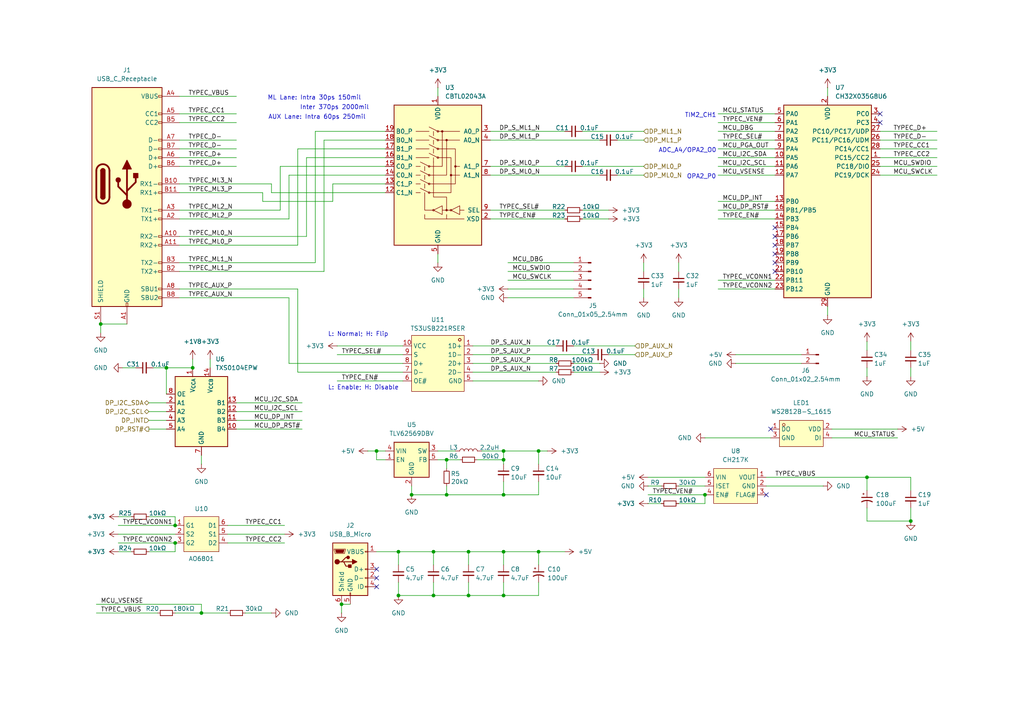
<source format=kicad_sch>
(kicad_sch (version 20231120) (generator "eeschema") (generator_version "8.0")
  (paper "A4")
  (junction (at 48.26 106.68))
  (junction (at 129.54 133.35))
  (junction (at 146.05 130.81))
  (junction (at 146.05 143.51))
  (junction (at 156.21 160.02))
  (junction (at 125.73 172.72))
  (junction (at 58.42 177.8))
  (junction (at 50.8 157.48))
  (junction (at 125.73 160.02))
  (junction (at 146.05 160.02))
  (junction (at 50.8 152.4))
  (junction (at 204.47 143.51))
  (junction (at 251.46 138.43))
  (junction (at 264.16 151.13))
  (junction (at 129.54 143.51))
  (junction (at 55.88 106.68))
  (junction (at 135.89 172.72))
  (junction (at 29.21 93.98))
  (junction (at 115.57 172.72))
  (junction (at 156.21 130.81))
  (junction (at 119.38 143.51))
  (junction (at 146.05 133.35))
  (junction (at 99.06 175.26))
  (junction (at 146.05 172.72))
  (junction (at 135.89 160.02))
  (junction (at 109.22 130.81))
  (junction (at 115.57 160.02))
  (no_connect (at 224.79 76.2))
  (no_connect (at 223.52 124.46))
  (no_connect (at 222.25 143.51))
  (no_connect (at 224.79 66.04))
  (no_connect (at 255.27 33.02))
  (no_connect (at 109.22 165.1))
  (no_connect (at 255.27 35.56))
  (no_connect (at 109.22 170.18))
  (no_connect (at 109.22 167.64))
  (no_connect (at 224.79 78.74))
  (no_connect (at 224.79 73.66))
  (no_connect (at 224.79 71.12))
  (no_connect (at 224.79 68.58))
  (wire (pts (xy 58.42 132.08) (xy 58.42 134.62)))
  (wire (pts (xy 240.03 25.4) (xy 240.03 27.94)))
  (wire (pts (xy 156.21 130.81) (xy 156.21 134.62)))
  (wire (pts (xy 127 133.35) (xy 129.54 133.35)))
  (wire (pts (xy 52.07 78.74) (xy 93.98 78.74)))
  (wire (pts (xy 111.76 48.26) (xy 81.28 48.26)))
  (wire (pts (xy 191.77 140.97) (xy 187.96 140.97)))
  (wire (pts (xy 135.89 160.02) (xy 146.05 160.02)))
  (wire (pts (xy 78.74 55.88) (xy 111.76 55.88)))
  (wire (pts (xy 52.07 33.02) (xy 68.58 33.02)))
  (wire (pts (xy 43.18 116.84) (xy 48.26 116.84)))
  (wire (pts (xy 115.57 160.02) (xy 125.73 160.02)))
  (wire (pts (xy 50.8 149.86) (xy 50.8 152.4)))
  (wire (pts (xy 204.47 146.05) (xy 204.47 143.51)))
  (wire (pts (xy 83.82 86.36) (xy 83.82 105.41)))
  (wire (pts (xy 264.16 151.13) (xy 264.16 147.32)))
  (wire (pts (xy 264.16 106.68) (xy 264.16 109.22)))
  (wire (pts (xy 106.68 130.81) (xy 109.22 130.81)))
  (wire (pts (xy 68.58 124.46) (xy 87.63 124.46)))
  (wire (pts (xy 52.07 53.34) (xy 78.74 53.34)))
  (wire (pts (xy 137.16 107.95) (xy 161.29 107.95)))
  (wire (pts (xy 125.73 172.72) (xy 135.89 172.72)))
  (wire (pts (xy 99.06 175.26) (xy 101.6 175.26)))
  (wire (pts (xy 208.28 81.28) (xy 224.79 81.28)))
  (wire (pts (xy 176.53 63.5) (xy 168.91 63.5)))
  (wire (pts (xy 27.94 175.26) (xy 58.42 175.26)))
  (wire (pts (xy 191.77 146.05) (xy 187.96 146.05)))
  (wire (pts (xy 142.24 63.5) (xy 163.83 63.5)))
  (wire (pts (xy 166.37 107.95) (xy 173.99 107.95)))
  (wire (pts (xy 35.56 106.68) (xy 39.37 106.68)))
  (wire (pts (xy 241.3 127) (xy 260.35 127)))
  (wire (pts (xy 109.22 160.02) (xy 115.57 160.02)))
  (wire (pts (xy 96.52 53.34) (xy 111.76 53.34)))
  (wire (pts (xy 111.76 38.1) (xy 91.44 38.1)))
  (wire (pts (xy 255.27 40.64) (xy 271.78 40.64)))
  (wire (pts (xy 52.07 48.26) (xy 68.58 48.26)))
  (wire (pts (xy 241.3 124.46) (xy 260.35 124.46)))
  (wire (pts (xy 44.45 106.68) (xy 48.26 106.68)))
  (wire (pts (xy 196.85 83.82) (xy 196.85 86.36)))
  (wire (pts (xy 222.25 138.43) (xy 251.46 138.43)))
  (wire (pts (xy 251.46 106.68) (xy 251.46 109.22)))
  (wire (pts (xy 52.07 35.56) (xy 68.58 35.56)))
  (wire (pts (xy 111.76 50.8) (xy 83.82 50.8)))
  (wire (pts (xy 208.28 83.82) (xy 224.79 83.82)))
  (wire (pts (xy 43.18 124.46) (xy 48.26 124.46)))
  (wire (pts (xy 184.15 102.87) (xy 176.53 102.87)))
  (wire (pts (xy 78.74 53.34) (xy 78.74 55.88)))
  (wire (pts (xy 166.37 105.41) (xy 173.99 105.41)))
  (wire (pts (xy 135.89 160.02) (xy 135.89 163.83)))
  (wire (pts (xy 208.28 63.5) (xy 224.79 63.5)))
  (wire (pts (xy 58.42 177.8) (xy 66.04 177.8)))
  (wire (pts (xy 52.07 43.18) (xy 68.58 43.18)))
  (wire (pts (xy 125.73 160.02) (xy 125.73 163.83)))
  (wire (pts (xy 52.07 40.64) (xy 68.58 40.64)))
  (wire (pts (xy 186.69 48.26) (xy 168.91 48.26)))
  (wire (pts (xy 34.29 157.48) (xy 50.8 157.48)))
  (wire (pts (xy 52.07 45.72) (xy 68.58 45.72)))
  (wire (pts (xy 127 73.66) (xy 127 76.2)))
  (wire (pts (xy 52.07 71.12) (xy 86.36 71.12)))
  (wire (pts (xy 142.24 60.96) (xy 163.83 60.96)))
  (wire (pts (xy 50.8 177.8) (xy 58.42 177.8)))
  (wire (pts (xy 156.21 160.02) (xy 156.21 163.83)))
  (wire (pts (xy 68.58 119.38) (xy 87.63 119.38)))
  (wire (pts (xy 52.07 27.94) (xy 68.58 27.94)))
  (wire (pts (xy 52.07 76.2) (xy 91.44 76.2)))
  (wire (pts (xy 119.38 143.51) (xy 129.54 143.51)))
  (wire (pts (xy 186.69 76.2) (xy 186.69 78.74)))
  (wire (pts (xy 208.28 60.96) (xy 224.79 60.96)))
  (wire (pts (xy 146.05 133.35) (xy 146.05 134.62)))
  (wire (pts (xy 208.28 35.56) (xy 224.79 35.56)))
  (wire (pts (xy 255.27 45.72) (xy 271.78 45.72)))
  (wire (pts (xy 138.43 133.35) (xy 146.05 133.35)))
  (wire (pts (xy 208.28 45.72) (xy 224.79 45.72)))
  (wire (pts (xy 109.22 130.81) (xy 111.76 130.81)))
  (wire (pts (xy 213.36 105.41) (xy 232.41 105.41)))
  (wire (pts (xy 48.26 114.3) (xy 48.26 106.68)))
  (wire (pts (xy 264.16 99.06) (xy 264.16 101.6)))
  (wire (pts (xy 27.94 177.8) (xy 45.72 177.8)))
  (wire (pts (xy 83.82 50.8) (xy 83.82 63.5)))
  (wire (pts (xy 66.04 157.48) (xy 82.55 157.48)))
  (wire (pts (xy 208.28 43.18) (xy 224.79 43.18)))
  (wire (pts (xy 196.85 146.05) (xy 204.47 146.05)))
  (wire (pts (xy 146.05 143.51) (xy 156.21 143.51)))
  (wire (pts (xy 93.98 40.64) (xy 93.98 78.74)))
  (wire (pts (xy 208.28 33.02) (xy 224.79 33.02)))
  (wire (pts (xy 186.69 83.82) (xy 186.69 86.36)))
  (wire (pts (xy 97.79 100.33) (xy 116.84 100.33)))
  (wire (pts (xy 208.28 40.64) (xy 224.79 40.64)))
  (wire (pts (xy 146.05 130.81) (xy 156.21 130.81)))
  (wire (pts (xy 222.25 140.97) (xy 238.76 140.97)))
  (wire (pts (xy 88.9 45.72) (xy 88.9 68.58)))
  (wire (pts (xy 186.69 50.8) (xy 179.07 50.8)))
  (wire (pts (xy 251.46 138.43) (xy 264.16 138.43)))
  (wire (pts (xy 147.32 83.82) (xy 166.37 83.82)))
  (wire (pts (xy 251.46 99.06) (xy 251.46 101.6)))
  (wire (pts (xy 137.16 102.87) (xy 171.45 102.87)))
  (wire (pts (xy 43.18 160.02) (xy 50.8 160.02)))
  (wire (pts (xy 176.53 60.96) (xy 168.91 60.96)))
  (wire (pts (xy 142.24 50.8) (xy 173.99 50.8)))
  (wire (pts (xy 179.07 40.64) (xy 186.69 40.64)))
  (wire (pts (xy 129.54 133.35) (xy 129.54 135.89)))
  (wire (pts (xy 66.04 152.4) (xy 82.55 152.4)))
  (wire (pts (xy 111.76 40.64) (xy 93.98 40.64)))
  (wire (pts (xy 147.32 78.74) (xy 166.37 78.74)))
  (wire (pts (xy 255.27 38.1) (xy 271.78 38.1)))
  (wire (pts (xy 68.58 116.84) (xy 87.63 116.84)))
  (wire (pts (xy 125.73 160.02) (xy 135.89 160.02)))
  (wire (pts (xy 52.07 83.82) (xy 86.36 83.82)))
  (wire (pts (xy 76.2 58.42) (xy 96.52 58.42)))
  (wire (pts (xy 58.42 175.26) (xy 58.42 177.8)))
  (wire (pts (xy 146.05 172.72) (xy 156.21 172.72)))
  (wire (pts (xy 187.96 143.51) (xy 204.47 143.51)))
  (wire (pts (xy 137.16 110.49) (xy 156.21 110.49)))
  (wire (pts (xy 81.28 48.26) (xy 81.28 60.96)))
  (wire (pts (xy 168.91 38.1) (xy 186.69 38.1)))
  (wire (pts (xy 34.29 152.4) (xy 50.8 152.4)))
  (wire (pts (xy 142.24 40.64) (xy 173.99 40.64)))
  (wire (pts (xy 213.36 102.87) (xy 232.41 102.87)))
  (wire (pts (xy 115.57 168.91) (xy 115.57 172.72)))
  (wire (pts (xy 146.05 160.02) (xy 146.05 163.83)))
  (wire (pts (xy 142.24 48.26) (xy 163.83 48.26)))
  (wire (pts (xy 68.58 121.92) (xy 87.63 121.92)))
  (wire (pts (xy 52.07 86.36) (xy 83.82 86.36)))
  (wire (pts (xy 66.04 154.94) (xy 82.55 154.94)))
  (wire (pts (xy 29.21 93.98) (xy 29.21 96.52)))
  (wire (pts (xy 96.52 58.42) (xy 96.52 53.34)))
  (wire (pts (xy 76.2 55.88) (xy 76.2 58.42)))
  (wire (pts (xy 91.44 38.1) (xy 91.44 76.2)))
  (wire (pts (xy 142.24 38.1) (xy 163.83 38.1)))
  (wire (pts (xy 99.06 175.26) (xy 99.06 177.8)))
  (wire (pts (xy 208.28 58.42) (xy 224.79 58.42)))
  (wire (pts (xy 187.96 138.43) (xy 204.47 138.43)))
  (wire (pts (xy 147.32 86.36) (xy 166.37 86.36)))
  (wire (pts (xy 255.27 43.18) (xy 271.78 43.18)))
  (wire (pts (xy 116.84 105.41) (xy 83.82 105.41)))
  (wire (pts (xy 97.79 110.49) (xy 116.84 110.49)))
  (wire (pts (xy 251.46 147.32) (xy 251.46 151.13)))
  (wire (pts (xy 147.32 81.28) (xy 166.37 81.28)))
  (wire (pts (xy 48.26 106.68) (xy 55.88 106.68)))
  (wire (pts (xy 111.76 133.35) (xy 109.22 133.35)))
  (wire (pts (xy 139.7 130.81) (xy 146.05 130.81)))
  (wire (pts (xy 43.18 149.86) (xy 50.8 149.86)))
  (wire (pts (xy 86.36 43.18) (xy 86.36 71.12)))
  (wire (pts (xy 251.46 138.43) (xy 251.46 142.24)))
  (wire (pts (xy 127 25.4) (xy 127 27.94)))
  (wire (pts (xy 97.79 102.87) (xy 116.84 102.87)))
  (wire (pts (xy 135.89 168.91) (xy 135.89 172.72)))
  (wire (pts (xy 43.18 119.38) (xy 48.26 119.38)))
  (wire (pts (xy 208.28 38.1) (xy 224.79 38.1)))
  (wire (pts (xy 52.07 63.5) (xy 83.82 63.5)))
  (wire (pts (xy 264.16 138.43) (xy 264.16 142.24)))
  (wire (pts (xy 88.9 45.72) (xy 111.76 45.72)))
  (wire (pts (xy 204.47 127) (xy 223.52 127)))
  (wire (pts (xy 38.1 149.86) (xy 34.29 149.86)))
  (wire (pts (xy 109.22 130.81) (xy 109.22 133.35)))
  (wire (pts (xy 55.88 104.14) (xy 55.88 106.68)))
  (wire (pts (xy 71.12 177.8) (xy 78.74 177.8)))
  (wire (pts (xy 147.32 76.2) (xy 166.37 76.2)))
  (wire (pts (xy 34.29 154.94) (xy 50.8 154.94)))
  (wire (pts (xy 52.07 55.88) (xy 76.2 55.88)))
  (wire (pts (xy 146.05 139.7) (xy 146.05 143.51)))
  (wire (pts (xy 127 130.81) (xy 132.08 130.81)))
  (wire (pts (xy 240.03 88.9) (xy 240.03 91.44)))
  (wire (pts (xy 146.05 133.35) (xy 146.05 130.81)))
  (wire (pts (xy 119.38 140.97) (xy 119.38 143.51)))
  (wire (pts (xy 115.57 172.72) (xy 125.73 172.72)))
  (wire (pts (xy 115.57 160.02) (xy 115.57 163.83)))
  (wire (pts (xy 60.96 104.14) (xy 60.96 106.68)))
  (wire (pts (xy 255.27 48.26) (xy 271.78 48.26)))
  (wire (pts (xy 38.1 160.02) (xy 34.29 160.02)))
  (wire (pts (xy 156.21 160.02) (xy 163.83 160.02)))
  (wire (pts (xy 86.36 83.82) (xy 86.36 107.95)))
  (wire (pts (xy 196.85 140.97) (xy 204.47 140.97)))
  (wire (pts (xy 208.28 50.8) (xy 224.79 50.8)))
  (wire (pts (xy 50.8 157.48) (xy 50.8 160.02)))
  (wire (pts (xy 146.05 160.02) (xy 156.21 160.02)))
  (wire (pts (xy 52.07 68.58) (xy 88.9 68.58)))
  (wire (pts (xy 251.46 151.13) (xy 264.16 151.13)))
  (wire (pts (xy 135.89 172.72) (xy 146.05 172.72)))
  (wire (pts (xy 137.16 105.41) (xy 161.29 105.41)))
  (wire (pts (xy 196.85 76.2) (xy 196.85 78.74)))
  (wire (pts (xy 129.54 140.97) (xy 129.54 143.51)))
  (wire (pts (xy 43.18 121.92) (xy 48.26 121.92)))
  (wire (pts (xy 137.16 100.33) (xy 161.29 100.33)))
  (wire (pts (xy 156.21 168.91) (xy 156.21 172.72)))
  (wire (pts (xy 52.07 60.96) (xy 81.28 60.96)))
  (wire (pts (xy 129.54 133.35) (xy 133.35 133.35)))
  (wire (pts (xy 125.73 168.91) (xy 125.73 172.72)))
  (wire (pts (xy 255.27 50.8) (xy 271.78 50.8)))
  (wire (pts (xy 111.76 43.18) (xy 86.36 43.18)))
  (wire (pts (xy 146.05 143.51) (xy 129.54 143.51)))
  (wire (pts (xy 156.21 139.7) (xy 156.21 143.51)))
  (wire (pts (xy 29.21 93.98) (xy 36.83 93.98)))
  (wire (pts (xy 156.21 130.81) (xy 158.75 130.81)))
  (wire (pts (xy 166.37 100.33) (xy 184.15 100.33)))
  (wire (pts (xy 86.36 107.95) (xy 116.84 107.95)))
  (wire (pts (xy 146.05 168.91) (xy 146.05 172.72)))
  (wire (pts (xy 208.28 48.26) (xy 224.79 48.26)))
  (text "TIM2_CH1" (at 203.2 33.528 0) (effects (font (size 1.27 1.27))))
  (text "AUX Lane: Intra 60ps 250mil" (at 91.948 34.036 0) (effects (font (size 1.27 1.27))))
  (text "Inter 370ps 2000mil" (at 97.028 31.242 0) (effects (font (size 1.27 1.27))))
  (text "OPA2_P0" (at 203.454 51.308 0) (effects (font (size 1.27 1.27))))
  (text "L: Enable; H: Disable" (at 105.41 112.522 0) (effects (font (size 1.27 1.27))))
  (text "ADC_A4/OPA2_O0\n" (at 199.39 43.688 0) (effects (font (size 1.27 1.27))))
  (text "ML Lane: Intra 30ps 150mil" (at 91.186 28.448 0) (effects (font (size 1.27 1.27))))
  (text "L: Normal; H: Flip" (at 103.886 97.028 0) (effects (font (size 1.27 1.27))))
  (label "TYPEC_VCONN2" (at 209.55 83.82 0))
  (label "TYPEC_CC2" (at 71.12 157.48 0))
  (label "TYPEC_D-" (at 54.61 40.64 0))
  (label "TYPEC_SEL#" (at 99.06 102.87 0))
  (label "MCU_STATUS" (at 247.65 127 0))
  (label "TYPEC_CC1" (at 71.12 152.4 0))
  (label "MCU_I2C_SDA" (at 209.55 45.72 0))
  (label "TYPEC_VBUS" (at 54.61 27.94 0))
  (label "MCU_DP_INT" (at 209.55 58.42 0))
  (label "TYPEC_EN#" (at 209.55 63.5 0))
  (label "TYPEC_ML3_P" (at 54.61 55.88 0))
  (label "TYPEC_D+" (at 54.61 48.26 0))
  (label "MCU_VSENSE" (at 209.55 50.8 0))
  (label "MCU_VSENSE" (at 29.21 175.26 0))
  (label "MCU_DP_RST#" (at 209.55 60.96 0))
  (label "MCU_DBG" (at 148.59 76.2 0))
  (label "TYPEC_CC1" (at 54.61 33.02 0))
  (label "MCU_PGA_OUT" (at 209.55 43.18 0))
  (label "TYPEC_D+" (at 259.08 38.1 0))
  (label "DP_S_ML0_N" (at 144.78 50.8 0))
  (label "TYPEC_VEN#" (at 189.23 143.51 0))
  (label "MCU_I2C_SCL" (at 73.66 119.38 0))
  (label "TYPEC_VBUS" (at 224.79 138.43 0))
  (label "TYPEC_SEL#" (at 144.78 60.96 0))
  (label "DP_S_ML0_P" (at 144.78 48.26 0))
  (label "TYPEC_D-" (at 54.61 43.18 0))
  (label "MCU_I2C_SDA" (at 73.66 116.84 0))
  (label "DP_S_AUX_N" (at 142.24 107.95 0))
  (label "DP_S_ML1_N" (at 144.78 38.1 0))
  (label "TYPEC_ML1_P" (at 54.61 78.74 0))
  (label "TYPEC_D+" (at 54.61 45.72 0))
  (label "TYPEC_CC1" (at 259.08 43.18 0))
  (label "TYPEC_VBUS" (at 29.21 177.8 0))
  (label "MCU_DP_RST#" (at 73.66 124.46 0))
  (label "TYPEC_AUX_P" (at 54.61 83.82 0))
  (label "TYPEC_ML0_N" (at 54.61 68.58 0))
  (label "TYPEC_ML1_N" (at 54.61 76.2 0))
  (label "DP_S_AUX_P" (at 142.24 102.87 0))
  (label "TYPEC_VEN#" (at 209.55 35.56 0))
  (label "MCU_SWDIO" (at 148.59 78.74 0))
  (label "MCU_SWCLK" (at 259.08 50.8 0))
  (label "MCU_SWCLK" (at 148.59 81.28 0))
  (label "TYPEC_ML2_N" (at 54.61 60.96 0))
  (label "TYPEC_ML2_P" (at 54.61 63.5 0))
  (label "TYPEC_ML3_N" (at 54.61 53.34 0))
  (label "TYPEC_EN#" (at 144.78 63.5 0))
  (label "TYPEC_AUX_N" (at 54.61 86.36 0))
  (label "MCU_I2C_SCL" (at 209.55 48.26 0))
  (label "TYPEC_ML0_P" (at 54.61 71.12 0))
  (label "TYPEC_SEL#" (at 209.55 40.64 0))
  (label "DP_S_AUX_P" (at 142.24 105.41 0))
  (label "TYPEC_EN#" (at 99.06 110.49 0))
  (label "TYPEC_D-" (at 259.08 40.64 0))
  (label "MCU_DBG" (at 209.55 38.1 0))
  (label "MCU_DP_INT" (at 73.66 121.92 0))
  (label "TYPEC_CC2" (at 54.61 35.56 0))
  (label "TYPEC_CC2" (at 259.08 45.72 0))
  (label "TYPEC_VCONN1" (at 35.56 152.4 0))
  (label "MCU_SWDIO" (at 259.08 48.26 0))
  (label "TYPEC_VCONN2" (at 35.56 157.48 0))
  (label "DP_S_AUX_N" (at 142.24 100.33 0))
  (label "TYPEC_VCONN1" (at 209.55 81.28 0))
  (label "MCU_STATUS" (at 209.55 33.02 0))
  (label "DP_S_ML1_P" (at 144.78 40.64 0))
  (hierarchical_label "DP_ML0_N" (shape input) (at 186.69 50.8 0))
  (hierarchical_label "DP_ML1_P" (shape input) (at 186.69 40.64 0))
  (hierarchical_label "DP_ML0_P" (shape input) (at 186.69 48.26 0))
  (hierarchical_label "DP_INT" (shape input) (at 43.18 121.92 180))
  (hierarchical_label "DP_RST#" (shape output) (at 43.18 124.46 180))
  (hierarchical_label "DP_ML1_N" (shape input) (at 186.69 38.1 0))
  (hierarchical_label "DP_AUX_P" (shape input) (at 184.15 102.87 0))
  (hierarchical_label "DP_I2C_SCL" (shape bidirectional) (at 43.18 119.38 180))
  (hierarchical_label "DP_AUX_N" (shape input) (at 184.15 100.33 0))
  (hierarchical_label "DP_I2C_SDA" (shape bidirectional) (at 43.18 116.84 180))
  (symbol (lib_id "power:+3V3") (at 213.36 102.87 90) (mirror x) (unit 1)
    (property "Reference" "#PWR059" (effects (hide yes)))
    (property "Value" "+5V" (at 209.55 102.8699 90) (effects (justify left)))
    (property "Description" "Power symbol creates a global label with name \"+3V3\"" (effects (hide yes)))
  )
  (symbol (lib_id "Device:C_Small") (at 176.53 50.8 90) (unit 1)
    (property "Reference" "C16" (at 173.228 49.784 90))
    (property "Value" "0.1uF" (at 181.102 49.784 90))
    (property "Footprint" "Capacitor_SMD:C_0201_0603Metric" (effects (hide yes)))
    (property "Description" "Unpolarized capacitor, small symbol" (effects (hide yes)))
  )
  (symbol (lib_id "Device:C_Small") (at 264.16 144.78 0) (unit 1)
    (property "Reference" "C19" (at 266.192 143.51 0) (effects (justify left)))
    (property "Value" "1uF" (at 266.192 146.05 0) (effects (justify left)))
    (property "Footprint" "Capacitor_SMD:C_0402_1005Metric" (effects (hide yes)))
    (property "Description" "Unpolarized capacitor, small symbol" (effects (hide yes)))
  )
  (symbol (lib_id "power:GND") (at 78.74 177.8 90) (unit 1)
    (property "Reference" "#PWR086" (effects (hide yes)))
    (property "Value" "GND" (at 82.55 177.7999 90) (effects (justify right)))
    (property "Description" "Power symbol creates a global label with name \"GND\" , ground" (effects (hide yes)))
  )
  (symbol (lib_id "Device:C_Small") (at 264.16 104.14 0) (unit 1)
    (property "Reference" "C35" (at 266.192 102.87 0) (effects (justify left)))
    (property "Value" "1uF" (at 266.192 105.41 0) (effects (justify left)))
    (property "Footprint" "Capacitor_SMD:C_0402_1005Metric" (effects (hide yes)))
    (property "Description" "Unpolarized capacitor, small symbol" (effects (hide yes)))
  )
  (symbol (lib_id "power:+3V3") (at 260.35 124.46 270) (unit 1)
    (property "Reference" "#PWR070" (effects (hide yes)))
    (property "Value" "+5V" (at 264.16 124.4599 90) (effects (justify left)))
    (property "Description" "Power symbol creates a global label with name \"+3V3\"" (effects (hide yes)))
  )
  (symbol (lib_id "Logic_LevelTranslator:TXS0104EPW") (at 58.42 119.38 0) (unit 1)
    (property "Reference" "U6" (at 62.484 104.14 0) (effects (justify left)))
    (property "Value" "TXS0104EPW" (at 62.484 106.68 0) (effects (justify left)))
    (property "Footprint" "Package_SO:TSSOP-14_4.4x5mm_P0.65mm" (effects (hide yes)))
    (property "Datasheet" "www.ti.com/lit/ds/symlink/txs0104e.pdf" (effects (hide yes)))
    (property "Description" "Bidirectional  level-shifting voltage translator, TSSOP-14" (effects (hide yes)))
  )
  (symbol (lib_id "Device:R_Small") (at 48.26 177.8 90) (unit 1)
    (property "Reference" "R20" (at 44.196 176.53 90))
    (property "Value" "180kΩ" (at 53.34 176.53 90))
    (property "Footprint" "Resistor_SMD:R_0402_1005Metric" (effects (hide yes)))
    (property "Description" "Resistor, small symbol" (effects (hide yes)))
  )
  (symbol (lib_id "power:+3V3") (at 187.96 138.43 90) (mirror x) (unit 1)
    (property "Reference" "#PWR011" (effects (hide yes)))
    (property "Value" "+5V" (at 184.15 138.4299 90) (effects (justify left)))
    (property "Description" "Power symbol creates a global label with name \"+3V3\"" (effects (hide yes)))
  )
  (symbol (lib_id "power:+3V3") (at 240.03 25.4 0) (unit 1)
    (property "Reference" "#PWR024" (effects (hide yes)))
    (property "Value" "+3V3" (at 240.03 20.32 0))
    (property "Description" "Power symbol creates a global label with name \"+3V3\"" (effects (hide yes)))
  )
  (symbol (lib_id "Device:R_Small") (at 194.31 140.97 90) (unit 1)
    (property "Reference" "R9" (at 189.992 139.954 90))
    (property "Value" "30kΩ" (at 199.39 139.954 90))
    (property "Footprint" "Resistor_SMD:R_0402_1005Metric" (effects (hide yes)))
    (property "Description" "Resistor, small symbol" (effects (hide yes)))
  )
  (symbol (lib_id "Device:C_Small") (at 196.85 81.28 0) (unit 1)
    (property "Reference" "C32" (at 198.882 80.01 0) (effects (justify left)))
    (property "Value" "1uF" (at 198.882 82.55 0) (effects (justify left)))
    (property "Footprint" "Capacitor_SMD:C_0402_1005Metric" (effects (hide yes)))
    (property "Description" "Unpolarized capacitor, small symbol" (effects (hide yes)))
  )
  (symbol (lib_id "Device:C_Small") (at 146.05 137.16 0) (unit 1)
    (property "Reference" "C9" (at 148.082 135.89 0) (effects (justify left)))
    (property "Value" "10uF" (at 148.082 138.43 0) (effects (justify left)))
    (property "Footprint" "Capacitor_SMD:C_0603_1608Metric" (effects (hide yes)))
    (property "Description" "Unpolarized capacitor, small symbol" (effects (hide yes)))
  )
  (symbol (lib_id "power:GND") (at 196.85 86.36 0) (unit 1)
    (property "Reference" "#PWR077" (effects (hide yes)))
    (property "Value" "GND" (at 196.85 91.44 0))
    (property "Description" "Power symbol creates a global label with name \"GND\" , ground" (effects (hide yes)))
  )
  (symbol (lib_id "power:+3V3") (at 147.32 83.82 90) (unit 1)
    (property "Reference" "#PWR075" (effects (hide yes)))
    (property "Value" "+3V3" (at 143.51 83.8201 90) (effects (justify left)))
    (property "Description" "Power symbol creates a global label with name \"+3V3\"" (effects (hide yes)))
  )
  (symbol (lib_id "Device:L") (at 135.89 130.81 90) (unit 1)
    (property "Reference" "L3" (at 131.572 129.794 90))
    (property "Value" "2.2uH" (at 141.986 129.794 90))
    (property "Footprint" "Inductor_SMD:L_Murata_DFE201610P" (effects (hide yes)))
    (property "Description" "Inductor" (effects (hide yes)))
  )
  (symbol (lib_id "Device:R_Small") (at 166.37 63.5 90) (unit 1)
    (property "Reference" "R23" (at 162.052 62.484 90))
    (property "Value" "10kΩ" (at 171.45 62.484 90))
    (property "Footprint" "Resistor_SMD:R_0402_1005Metric" (effects (hide yes)))
    (property "Description" "Resistor, small symbol" (effects (hide yes)))
  )
  (symbol (lib_id "power:GND") (at 127 76.2 0) (unit 1)
    (property "Reference" "#PWR014" (effects (hide yes)))
    (property "Value" "GND" (at 127 81.28 0))
    (property "Description" "Power symbol creates a global label with name \"GND\" , ground" (effects (hide yes)))
  )
  (symbol (lib_id "Device:R_Small") (at 40.64 149.86 90) (unit 1)
    (property "Reference" "R25" (at 36.322 148.844 90))
    (property "Value" "10kΩ" (at 45.72 148.844 90))
    (property "Footprint" "Resistor_SMD:R_0402_1005Metric" (effects (hide yes)))
    (property "Description" "Resistor, small symbol" (effects (hide yes)))
  )
  (symbol (lib_id "Device:R_Small") (at 194.31 146.05 90) (unit 1)
    (property "Reference" "R10" (at 189.992 145.034 90))
    (property "Value" "10kΩ" (at 199.39 145.034 90))
    (property "Footprint" "Resistor_SMD:R_0402_1005Metric" (effects (hide yes)))
    (property "Description" "Resistor, small symbol" (effects (hide yes)))
  )
  (symbol (lib_id "Device:C_Small") (at 166.37 48.26 90) (unit 1)
    (property "Reference" "C12" (at 163.068 47.244 90))
    (property "Value" "0.1uF" (at 170.942 47.244 90))
    (property "Footprint" "Capacitor_SMD:C_0201_0603Metric" (effects (hide yes)))
    (property "Description" "Unpolarized capacitor, small symbol" (effects (hide yes)))
  )
  (symbol (lib_id "Device:R_Small") (at 163.83 107.95 90) (unit 1)
    (property "Reference" "R7" (at 160.528 106.934 90))
    (property "Value" "100kΩ" (at 168.91 106.934 90))
    (property "Footprint" "Resistor_SMD:R_0402_1005Metric" (effects (hide yes)))
    (property "Description" "Resistor, small symbol" (effects (hide yes)))
  )
  (symbol (lib_id "power:GND") (at 58.42 134.62 0) (unit 1)
    (property "Reference" "#PWR058" (effects (hide yes)))
    (property "Value" "GND" (at 58.42 139.7 0))
    (property "Description" "Power symbol creates a global label with name \"GND\" , ground" (effects (hide yes)))
  )
  (symbol (lib_id "power:+3V3") (at 176.53 63.5 270) (unit 1)
    (property "Reference" "#PWR067" (effects (hide yes)))
    (property "Value" "+3V3" (at 180.34 63.4999 90) (effects (justify left)))
    (property "Description" "Power symbol creates a global label with name \"+3V3\"" (effects (hide yes)))
  )
  (symbol (lib_id "power:GND") (at 264.16 151.13 0) (unit 1)
    (property "Reference" "#PWR027" (effects (hide yes)))
    (property "Value" "GND" (at 264.16 156.21 0))
    (property "Description" "Power symbol creates a global label with name \"GND\" , ground" (effects (hide yes)))
  )
  (symbol (lib_id "power:GND") (at 173.99 105.41 90) (unit 1)
    (property "Reference" "#PWR019" (effects (hide yes)))
    (property "Value" "GND" (at 177.8 105.4099 90) (effects (justify right)))
    (property "Description" "Power symbol creates a global label with name \"GND\" , ground" (effects (hide yes)))
  )
  (symbol (lib_id "Device:C_Polarized_Small_US") (at 156.21 166.37 0) (unit 1)
    (property "Reference" "C10" (at 158.75 165.1 0) (effects (justify left)))
    (property "Value" "100uF" (at 158.75 167.64 0) (effects (justify left)))
    (property "Footprint" "User:CAP-SMD_L3.5-W2.8-R-RD" (effects (hide yes)))
    (property "Description" "Polarized capacitor, small US symbol" (effects (hide yes)))
  )
  (symbol (lib_id "Device:R_Small") (at 40.64 160.02 90) (unit 1)
    (property "Reference" "R24" (at 36.322 159.004 90))
    (property "Value" "10kΩ" (at 45.72 159.004 90))
    (property "Footprint" "Resistor_SMD:R_0402_1005Metric" (effects (hide yes)))
    (property "Description" "Resistor, small symbol" (effects (hide yes)))
  )
  (symbol (lib_id "Device:C_Small") (at 251.46 104.14 0) (unit 1)
    (property "Reference" "C34" (at 253.492 102.87 0) (effects (justify left)))
    (property "Value" "1uF" (at 253.492 105.41 0) (effects (justify left)))
    (property "Footprint" "Capacitor_SMD:C_0402_1005Metric" (effects (hide yes)))
    (property "Description" "Unpolarized capacitor, small symbol" (effects (hide yes)))
  )
  (symbol (lib_id "power:+3V3") (at 106.68 130.81 90) (mirror x) (unit 1)
    (property "Reference" "#PWR010" (effects (hide yes)))
    (property "Value" "+5V" (at 102.87 130.8099 90) (effects (justify left)))
    (property "Description" "Power symbol creates a global label with name \"+3V3\"" (effects (hide yes)))
  )
  (symbol (lib_id "power:GND") (at 204.47 127 270) (unit 1)
    (property "Reference" "#PWR071" (effects (hide yes)))
    (property "Value" "GND" (at 200.66 126.9999 90) (effects (justify right)))
    (property "Description" "Power symbol creates a global label with name \"GND\" , ground" (effects (hide yes)))
  )
  (symbol (lib_id "power:GND") (at 147.32 86.36 270) (unit 1)
    (property "Reference" "#PWR062" (effects (hide yes)))
    (property "Value" "GND" (at 143.51 86.3599 90) (effects (justify right)))
    (property "Description" "Power symbol creates a global label with name \"GND\" , ground" (effects (hide yes)))
  )
  (symbol (lib_id "EasyEDA_Lib:TS3USB221RSER") (at 127 105.41 0) (mirror y) (unit 1)
    (property "Reference" "U11" (at 127 92.71 0))
    (property "Value" "TS3USB221RSER" (at 127 95.25 0))
    (property "Footprint" "Package_DFN_QFN:Texas_UQFN-10_1.5x2mm_P0.5mm" (effects (hide yes)))
    (property "Datasheet" "https://www.ti.com/cn/lit/gpn/ts3usb221" (effects (hide yes)))
    (property "Description" "Switch Circuit:SPDT(SPDT) Bandwidth:1.1GHz Supply Voltage:2.3V~3.6V Supply Voltage:2.3V~3.6V On-State Resistance (Max):6Ω Operating Temperature:-40°C~+85°C Operating Temperature:-40°C~+85°C" (effects (hide yes)))
    (property "Manufacturer Part" "TS3USB221RSER" (effects (hide yes)))
    (property "Manufacturer" "TI(德州仪器)" (effects (hide yes)))
    (property "Supplier Part" "C130085" (effects (hide yes)))
    (property "Supplier" "LCSC" (effects (hide yes)))
    (property "LCSC Part Name" "TS3USB221 单使能开关" (effects (hide yes)))
  )
  (symbol (lib_id "power:+3V3") (at 97.79 100.33 90) (unit 1)
    (property "Reference" "#PWR015" (effects (hide yes)))
    (property "Value" "+3V3" (at 93.98 100.3301 90) (effects (justify left)))
    (property "Description" "Power symbol creates a global label with name \"+3V3\"" (effects (hide yes)))
  )
  (symbol (lib_id "power:GND") (at 115.57 172.72 0) (unit 1)
    (property "Reference" "#PWR07" (effects (hide yes)))
    (property "Value" "GND" (at 115.57 177.8 0))
    (property "Description" "Power symbol creates a global label with name \"GND\" , ground" (effects (hide yes)))
  )
  (symbol (lib_id "EasyEDA_Lib:AO6801") (at 58.42 154.94 0) (unit 1)
    (property "Reference" "U10" (at 58.42 147.574 0))
    (property "Value" "AO6801" (at 58.42 162.052 0))
    (property "Footprint" "Package_TO_SOT_SMD:SOT-23-6" (effects (hide yes)))
    (property "Manufacturer Part" "AO6801" (effects (hide yes)))
    (property "Supplier Part" "C9900000957" (effects (hide yes)))
    (property "Supplier" "LCSC" (effects (hide yes)))
    (property "LCSC Part Name" "AO6801" (effects (hide yes)))
  )
  (symbol (lib_id "power:+3V3") (at 127 25.4 0) (unit 1)
    (property "Reference" "#PWR013" (effects (hide yes)))
    (property "Value" "+3V3" (at 127 20.32 0))
    (property "Description" "Power symbol creates a global label with name \"+3V3\"" (effects (hide yes)))
  )
  (symbol (lib_id "power:+3V3") (at 158.75 130.81 270) (unit 1)
    (property "Reference" "#PWR018" (effects (hide yes)))
    (property "Value" "+3V3" (at 162.56 130.8099 90) (effects (justify left)))
    (property "Description" "Power symbol creates a global label with name \"+3V3\"" (effects (hide yes)))
  )
  (symbol (lib_id "Device:C_Small") (at 115.57 166.37 0) (unit 1)
    (property "Reference" "C5" (at 117.602 165.1 0) (effects (justify left)))
    (property "Value" "4.7uF" (at 117.602 167.64 0) (effects (justify left)))
    (property "Footprint" "Capacitor_SMD:C_0603_1608Metric" (effects (hide yes)))
    (property "Description" "Unpolarized capacitor, small symbol" (effects (hide yes)))
  )
  (symbol (lib_id "power:+3V3") (at 60.96 104.14 0) (unit 1)
    (property "Reference" "#PWR060" (effects (hide yes)))
    (property "Value" "+3V3" (at 60.96 99.06 0))
    (property "Description" "Power symbol creates a global label with name \"+3V3\"" (effects (hide yes)))
  )
  (symbol (lib_id "Device:R_Small") (at 166.37 60.96 90) (unit 1)
    (property "Reference" "R22" (at 162.052 59.944 90))
    (property "Value" "10kΩ" (at 171.45 59.944 90))
    (property "Footprint" "Resistor_SMD:R_0402_1005Metric" (effects (hide yes)))
    (property "Description" "Resistor, small symbol" (effects (hide yes)))
  )
  (symbol (lib_id "Device:C_Small") (at 41.91 106.68 90) (unit 1)
    (property "Reference" "C31" (at 38.608 105.664 90))
    (property "Value" "0.1uF" (at 46.482 105.664 90))
    (property "Footprint" "Capacitor_SMD:C_0402_1005Metric" (effects (hide yes)))
    (property "Description" "Unpolarized capacitor, small symbol" (effects (hide yes)))
  )
  (symbol (lib_id "Device:C_Small") (at 163.83 100.33 90) (unit 1)
    (property "Reference" "C17" (at 160.528 99.314 90))
    (property "Value" "0.1uF" (at 168.402 99.314 90))
    (property "Footprint" "Capacitor_SMD:C_0201_0603Metric" (effects (hide yes)))
    (property "Description" "Unpolarized capacitor, small symbol" (effects (hide yes)))
  )
  (symbol (lib_id "Device:C_Small") (at 173.99 102.87 90) (unit 1)
    (property "Reference" "C13" (at 170.688 101.854 90))
    (property "Value" "0.1uF" (at 178.562 101.854 90))
    (property "Footprint" "Capacitor_SMD:C_0201_0603Metric" (effects (hide yes)))
    (property "Description" "Unpolarized capacitor, small symbol" (effects (hide yes)))
  )
  (symbol (lib_id "EasyEDA_Lib:XL-1615RGBC-WS2812B-S") (at 232.41 125.73 0) (unit 1)
    (property "Reference" "LED1" (at 232.41 116.84 0))
    (property "Value" "WS2812B-S_1615" (at 232.41 119.38 0))
    (property "Footprint" "User:LED-SMD_4P-L1.6-W1.5_WS2812B-S" (effects (hide yes)))
    (property "Datasheet" "https://atta.szlcsc.com/upload/public/pdf/source/20240923/E2F088EA6FD87361CAAC368A295387FD.pdf" (effects (hide yes)))
    (property "Manufacturer" "XINGLIGHT(成兴光)" (effects (hide yes)))
    (property "Supplier Part" "C41413180" (effects (hide yes)))
    (property "Supplier" "LCSC" (effects (hide yes)))
    (property "LCSC Part Name" "XL-1615RGBC-WS2812B-S" (effects (hide yes)))
  )
  (symbol (lib_id "power:GND") (at 156.21 110.49 90) (unit 1)
    (property "Reference" "#PWR016" (effects (hide yes)))
    (property "Value" "GND" (at 160.02 110.4899 90) (effects (justify right)))
    (property "Description" "Power symbol creates a global label with name \"GND\" , ground" (effects (hide yes)))
  )
  (symbol (lib_id "power:+3V3") (at 196.85 76.2 0) (unit 1)
    (property "Reference" "#PWR072" (effects (hide yes)))
    (property "Value" "+3V3" (at 196.85 71.12 0))
    (property "Description" "Power symbol creates a global label with name \"+3V3\"" (effects (hide yes)))
  )
  (symbol (lib_id "Device:R_Small") (at 129.54 138.43 0) (unit 1)
    (property "Reference" "R5" (at 132.08 137.414 0))
    (property "Value" "20kΩ" (at 133.35 139.7 0))
    (property "Footprint" "Resistor_SMD:R_0402_1005Metric" (effects (hide yes)))
    (property "Description" "Resistor, small symbol" (effects (hide yes)))
  )
  (symbol (lib_id "Device:C_Small") (at 176.53 40.64 90) (unit 1)
    (property "Reference" "C15" (at 173.228 39.624 90))
    (property "Value" "0.1uF" (at 181.102 39.624 90))
    (property "Footprint" "Capacitor_SMD:C_0201_0603Metric" (effects (hide yes)))
    (property "Description" "Unpolarized capacitor, small symbol" (effects (hide yes)))
  )
  (symbol (lib_id "power:+3V3") (at 173.99 107.95 270) (unit 1)
    (property "Reference" "#PWR020" (effects (hide yes)))
    (property "Value" "+3V3" (at 177.8 107.9499 90) (effects (justify left)))
    (property "Description" "Power symbol creates a global label with name \"+3V3\"" (effects (hide yes)))
  )
  (symbol (lib_id "power:+3V3") (at 264.16 99.06 0) (unit 1)
    (property "Reference" "#PWR084" (effects (hide yes)))
    (property "Value" "+3V3" (at 264.16 93.98 0))
    (property "Description" "Power symbol creates a global label with name \"+3V3\"" (effects (hide yes)))
  )
  (symbol (lib_id "Analog_Switch:CBTL02043A") (at 127 50.8 0) (mirror y) (unit 1)
    (property "Reference" "U3" (at 131.826 25.4 0) (effects (justify left)))
    (property "Value" "CBTL02043A" (at 140.97 27.94 0) (effects (justify left)))
    (property "Footprint" "Package_DFN_QFN:WQFN-20-1EP_2.5x4.5mm_P0.5mm_EP1x2.9mm" (effects (hide yes)))
    (property "Datasheet" "https://www.nxp.com/docs/en/data-sheet/CBTL02043A_CBTL02043B.pdf" (effects (hide yes)))
    (property "Description" "3.3 V, 2 differential channel, 2:1 MUX/deMUX switch, 10 Gbps, WQFN-20" (effects (hide yes)))
  )
  (symbol (lib_id "power:+3V3") (at 176.53 60.96 270) (unit 1)
    (property "Reference" "#PWR066" (effects (hide yes)))
    (property "Value" "+3V3" (at 180.34 60.9599 90) (effects (justify left)))
    (property "Description" "Power symbol creates a global label with name \"+3V3\"" (effects (hide yes)))
  )
  (symbol (lib_id "power:GND") (at 35.56 106.68 270) (unit 1)
    (property "Reference" "#PWR039" (effects (hide yes)))
    (property "Value" "GND" (at 31.242 106.68 90) (effects (justify right)))
    (property "Description" "Power symbol creates a global label with name \"GND\" , ground" (effects (hide yes)))
  )
  (symbol (lib_id "Device:C_Small") (at 125.73 166.37 0) (unit 1)
    (property "Reference" "C6" (at 127.762 165.1 0) (effects (justify left)))
    (property "Value" "4.7uF" (at 127.762 167.64 0) (effects (justify left)))
    (property "Footprint" "Capacitor_SMD:C_0603_1608Metric" (effects (hide yes)))
    (property "Description" "Unpolarized capacitor, small symbol" (effects (hide yes)))
  )
  (symbol (lib_id "power:GND") (at 119.38 143.51 0) (unit 1)
    (property "Reference" "#PWR017" (effects (hide yes)))
    (property "Value" "GND" (at 119.38 148.59 0))
    (property "Description" "Power symbol creates a global label with name \"GND\" , ground" (effects (hide yes)))
  )
  (symbol (lib_id "power:GND") (at 213.36 105.41 270) (unit 1)
    (property "Reference" "#PWR087" (effects (hide yes)))
    (property "Value" "GND" (at 209.55 105.4099 90) (effects (justify right)))
    (property "Description" "Power symbol creates a global label with name \"GND\" , ground" (effects (hide yes)))
  )
  (symbol (lib_id "Device:C_Polarized_Small_US") (at 251.46 144.78 0) (unit 1)
    (property "Reference" "C18" (at 254 143.51 0) (effects (justify left)))
    (property "Value" "100uF" (at 254 146.05 0) (effects (justify left)))
    (property "Footprint" "User:CAP-SMD_L3.5-W2.8-R-RD" (effects (hide yes)))
    (property "Description" "Polarized capacitor, small US symbol" (effects (hide yes)))
  )
  (symbol (lib_id "power:GND") (at 99.06 177.8 0) (unit 1)
    (property "Reference" "#PWR04" (effects (hide yes)))
    (property "Value" "GND" (at 99.06 182.88 0))
    (property "Description" "Power symbol creates a global label with name \"GND\" , ground" (effects (hide yes)))
  )
  (symbol (lib_id "MCU_WCH_CH32X0:CH32X035G8U6") (at 240.03 58.42 0) (unit 1)
    (property "Reference" "U7" (at 242.2241 25.4 0) (effects (justify left)))
    (property "Value" "CH32X035G8U6" (at 242.2241 27.94 0) (effects (justify left)))
    (property "Footprint" "Package_DFN_QFN:QFN-28-1EP_4x4mm_P0.4mm_EP2.7x2.7mm" (effects (hide yes)))
    (property "Datasheet" "https://www.wch-ic.com/downloads/CH32X035DS0_PDF.html" (effects (hide yes)))
    (property "Description" "48MHz RISC-V MCU with USB PD phy (Sink, Source, DRP), USB 2.0 Full speed phy (Host, Device), 20KB RAM, 62KB Flash, QFN-28" (effects (hide yes)))
  )
  (symbol (lib_id "Connector:Conn_01x05_Pin") (at 171.45 81.28 0) (mirror y) (unit 1)
    (property "Reference" "J5" (at 171.958 88.646 0))
    (property "Value" "Conn_01x05_2.54mm" (at 171.958 91.186 0))
    (property "Footprint" "Connector_PinHeader_2.54mm:PinHeader_1x05_P2.54mm_Vertical" (effects (hide yes)))
    (property "Description" "Generic connector, single row, 01x05, script generated" (effects (hide yes)))
  )
  (symbol (lib_id "Device:R_Small") (at 163.83 105.41 90) (unit 1)
    (property "Reference" "R8" (at 160.528 104.394 90))
    (property "Value" "100kΩ" (at 168.91 104.394 90))
    (property "Footprint" "Resistor_SMD:R_0402_1005Metric" (effects (hide yes)))
    (property "Description" "Resistor, small symbol" (effects (hide yes)))
  )
  (symbol (lib_id "Device:C_Small") (at 186.69 81.28 0) (unit 1)
    (property "Reference" "C33" (at 188.722 80.01 0) (effects (justify left)))
    (property "Value" "1uF" (at 188.722 82.55 0) (effects (justify left)))
    (property "Footprint" "Capacitor_SMD:C_0402_1005Metric" (effects (hide yes)))
    (property "Description" "Unpolarized capacitor, small symbol" (effects (hide yes)))
  )
  (symbol (lib_id "power:+3V3") (at 187.96 146.05 90) (unit 1)
    (property "Reference" "#PWR022" (effects (hide yes)))
    (property "Value" "+3V3" (at 184.15 146.0501 90) (effects (justify left)))
    (property "Description" "Power symbol creates a global label with name \"+3V3\"" (effects (hide yes)))
  )
  (symbol (lib_id "Device:C_Small") (at 166.37 38.1 90) (unit 1)
    (property "Reference" "C11" (at 163.068 37.084 90))
    (property "Value" "0.1uF" (at 170.942 37.084 90))
    (property "Footprint" "Capacitor_SMD:C_0201_0603Metric" (effects (hide yes)))
    (property "Description" "Unpolarized capacitor, small symbol" (effects (hide yes)))
  )
  (symbol (lib_id "Device:C_Small") (at 156.21 137.16 0) (unit 1)
    (property "Reference" "C14" (at 158.242 135.89 0) (effects (justify left)))
    (property "Value" "10uF" (at 158.242 138.43 0) (effects (justify left)))
    (property "Footprint" "Capacitor_SMD:C_0603_1608Metric" (effects (hide yes)))
    (property "Description" "Unpolarized capacitor, small symbol" (effects (hide yes)))
  )
  (symbol (lib_id "Connector:USB_B_Micro") (at 101.6 165.1 0) (unit 1)
    (property "Reference" "J2" (at 101.6 152.4 0))
    (property "Value" "USB_B_Micro" (at 101.6 154.94 0))
    (property "Footprint" "User:MICRO-USB-TH_UX-150-ARG4" (effects (hide yes)))
    (property "Description" "USB Micro Type B connector" (effects (hide yes)))
  )
  (symbol (lib_id "Device:R_Small") (at 135.89 133.35 90) (unit 1)
    (property "Reference" "R6" (at 131.572 132.334 90))
    (property "Value" "90kΩ" (at 142.24 132.334 90))
    (property "Footprint" "Resistor_SMD:R_0402_1005Metric" (effects (hide yes)))
    (property "Description" "Resistor, small symbol" (effects (hide yes)))
  )
  (symbol (lib_id "power:GND") (at 251.46 109.22 0) (unit 1)
    (property "Reference" "#PWR083" (effects (hide yes)))
    (property "Value" "GND" (at 251.46 114.3 0))
    (property "Description" "Power symbol creates a global label with name \"GND\" , ground" (effects (hide yes)))
  )
  (symbol (lib_id "power:+3V3") (at 34.29 160.02 90) (unit 1)
    (property "Reference" "#PWR068" (effects (hide yes)))
    (property "Value" "+3V3" (at 30.48 160.0201 90) (effects (justify left)))
    (property "Description" "Power symbol creates a global label with name \"+3V3\"" (effects (hide yes)))
  )
  (symbol (lib_id "power:GND") (at 187.96 140.97 270) (unit 1)
    (property "Reference" "#PWR021" (effects (hide yes)))
    (property "Value" "GND" (at 184.15 140.9699 90) (effects (justify right)))
    (property "Description" "Power symbol creates a global label with name \"GND\" , ground" (effects (hide yes)))
  )
  (symbol (lib_id "power:GND") (at 264.16 109.22 0) (unit 1)
    (property "Reference" "#PWR085" (effects (hide yes)))
    (property "Value" "GND" (at 264.16 114.3 0))
    (property "Description" "Power symbol creates a global label with name \"GND\" , ground" (effects (hide yes)))
  )
  (symbol (lib_id "power:+3V3") (at 34.29 154.94 90) (unit 1)
    (property "Reference" "#PWR063" (effects (hide yes)))
    (property "Value" "+3V3" (at 30.48 154.9399 90) (effects (justify left)))
    (property "Description" "Power symbol creates a global label with name \"+3V3\"" (effects (hide yes)))
  )
  (symbol (lib_id "power:+3V3") (at 82.55 154.94 270) (unit 1)
    (property "Reference" "#PWR057" (effects (hide yes)))
    (property "Value" "+3V3" (at 86.36 154.9399 90) (effects (justify left)))
    (property "Description" "Power symbol creates a global label with name \"+3V3\"" (effects (hide yes)))
  )
  (symbol (lib_id "Regulator_Switching:TLV62569DBV") (at 119.38 133.35 0) (unit 1)
    (property "Reference" "U5" (at 119.38 123.19 0))
    (property "Value" "TLV62569DBV" (at 119.38 125.73 0))
    (property "Footprint" "Package_TO_SOT_SMD:SOT-23-5" (effects (hide yes)))
    (property "Datasheet" "http://www.ti.com/lit/ds/symlink/tlv62569.pdf" (effects (hide yes)))
    (property "Description" "High Efficiency Synchronous Buck Converter, Adjustable Output 0.6V-5.5V, 2A, SOT-23-5" (effects (hide yes)))
  )
  (symbol (lib_id "power:+3V3") (at 251.46 99.06 0) (unit 1)
    (property "Reference" "#PWR082" (effects (hide yes)))
    (property "Value" "+3V3" (at 251.46 93.98 0))
    (property "Description" "Power symbol creates a global label with name \"+3V3\"" (effects (hide yes)))
  )
  (symbol (lib_id "power:+3V3") (at 55.88 104.14 0) (unit 1)
    (property "Reference" "#PWR061" (effects (hide yes)))
    (property "Value" "+1V8" (at 55.88 99.06 0))
    (property "Description" "Power symbol creates a global label with name \"+3V3\"" (effects (hide yes)))
  )
  (symbol (lib_id "power:+3V3") (at 186.69 76.2 0) (unit 1)
    (property "Reference" "#PWR078" (effects (hide yes)))
    (property "Value" "+3V3" (at 186.69 71.12 0))
    (property "Description" "Power symbol creates a global label with name \"+3V3\"" (effects (hide yes)))
  )
  (symbol (lib_id "Device:R_Small") (at 68.58 177.8 90) (unit 1)
    (property "Reference" "R21" (at 64.516 176.53 90))
    (property "Value" "30kΩ" (at 73.66 176.53 90))
    (property "Footprint" "Resistor_SMD:R_0402_1005Metric" (effects (hide yes)))
    (property "Description" "Resistor, small symbol" (effects (hide yes)))
  )
  (symbol (lib_id "Device:C_Small") (at 146.05 166.37 0) (unit 1)
    (property "Reference" "C8" (at 148.082 165.1 0) (effects (justify left)))
    (property "Value" "4.7uF" (at 148.082 167.64 0) (effects (justify left)))
    (property "Footprint" "Capacitor_SMD:C_0603_1608Metric" (effects (hide yes)))
    (property "Description" "Unpolarized capacitor, small symbol" (effects (hide yes)))
  )
  (symbol (lib_id "Device:C_Small") (at 135.89 166.37 0) (unit 1)
    (property "Reference" "C7" (at 137.922 165.1 0) (effects (justify left)))
    (property "Value" "4.7uF" (at 137.922 167.64 0) (effects (justify left)))
    (property "Footprint" "Capacitor_SMD:C_0603_1608Metric" (effects (hide yes)))
    (property "Description" "Unpolarized capacitor, small symbol" (effects (hide yes)))
  )
  (symbol (lib_id "Connector:Conn_01x02_Pin") (at 237.49 102.87 0) (mirror y) (unit 1)
    (property "Reference" "J6" (at 233.68 107.442 0))
    (property "Value" "Conn_01x02_2.54mm" (at 233.68 109.982 0))
    (property "Footprint" "Connector_PinHeader_2.54mm:PinHeader_1x02_P2.54mm_Vertical" (effects (hide yes)))
    (property "Description" "Generic connector, single row, 01x02, script generated" (effects (hide yes)))
  )
  (symbol (lib_id "wch_sym:CH217K") (at 213.36 140.97 0) (mirror y) (unit 1)
    (property "Reference" "U8" (at 213.36 130.81 0))
    (property "Value" "CH217K" (at 213.36 133.35 0))
    (property "Footprint" "Package_TO_SOT_SMD:SOT-23-6" (effects (hide yes)))
  )
  (symbol (lib_id "power:GND") (at 186.69 86.36 0) (unit 1)
    (property "Reference" "#PWR081" (effects (hide yes)))
    (property "Value" "GND" (at 186.69 91.44 0))
    (property "Description" "Power symbol creates a global label with name \"GND\" , ground" (effects (hide yes)))
  )
  (symbol (lib_id "power:GND") (at 29.21 96.52 0) (unit 1)
    (property "Reference" "#PWR01" (effects (hide yes)))
    (property "Value" "GND" (at 29.21 101.6 0))
    (property "Description" "Power symbol creates a global label with name \"GND\" , ground" (effects (hide yes)))
  )
  (symbol (lib_id "power:GND") (at 240.03 91.44 0) (unit 1)
    (property "Reference" "#PWR025" (effects (hide yes)))
    (property "Value" "GND" (at 240.03 96.52 0))
    (property "Description" "Power symbol creates a global label with name \"GND\" , ground" (effects (hide yes)))
  )
  (symbol (lib_id "power:+3V3") (at 163.83 160.02 270) (unit 1)
    (property "Reference" "#PWR012" (effects (hide yes)))
    (property "Value" "+5V" (at 167.64 160.0199 90) (effects (justify left)))
    (property "Description" "Power symbol creates a global label with name \"+3V3\"" (effects (hide yes)))
  )
  (symbol (lib_id "power:GND") (at 238.76 140.97 90) (unit 1)
    (property "Reference" "#PWR023" (effects (hide yes)))
    (property "Value" "GND" (at 242.57 140.9699 90) (effects (justify right)))
    (property "Description" "Power symbol creates a global label with name \"GND\" , ground" (effects (hide yes)))
  )
  (symbol (lib_id "Connector:USB_C_Receptacle") (at 36.83 53.34 0) (unit 1)
    (property "Reference" "J1" (at 36.83 20.32 0))
    (property "Value" "USB_C_Receptacle" (at 36.83 22.86 0))
    (property "Footprint" "User:USB_C_Receptacle_Amphenol_12401548E4-2A" (effects (hide yes)))
    (property "Datasheet" "https://www.usb.org/sites/default/files/documents/usb_type-c.zip" (effects (hide yes)))
    (property "Description" "USB Full-Featured Type-C Receptacle connector" (effects (hide yes)))
  )
  (symbol (lib_id "power:+3V3") (at 34.29 149.86 90) (unit 1)
    (property "Reference" "#PWR069" (effects (hide yes)))
    (property "Value" "+3V3" (at 30.48 149.8601 90) (effects (justify left)))
    (property "Description" "Power symbol creates a global label with name \"+3V3\"" (effects (hide yes)))
  )
)
</source>
